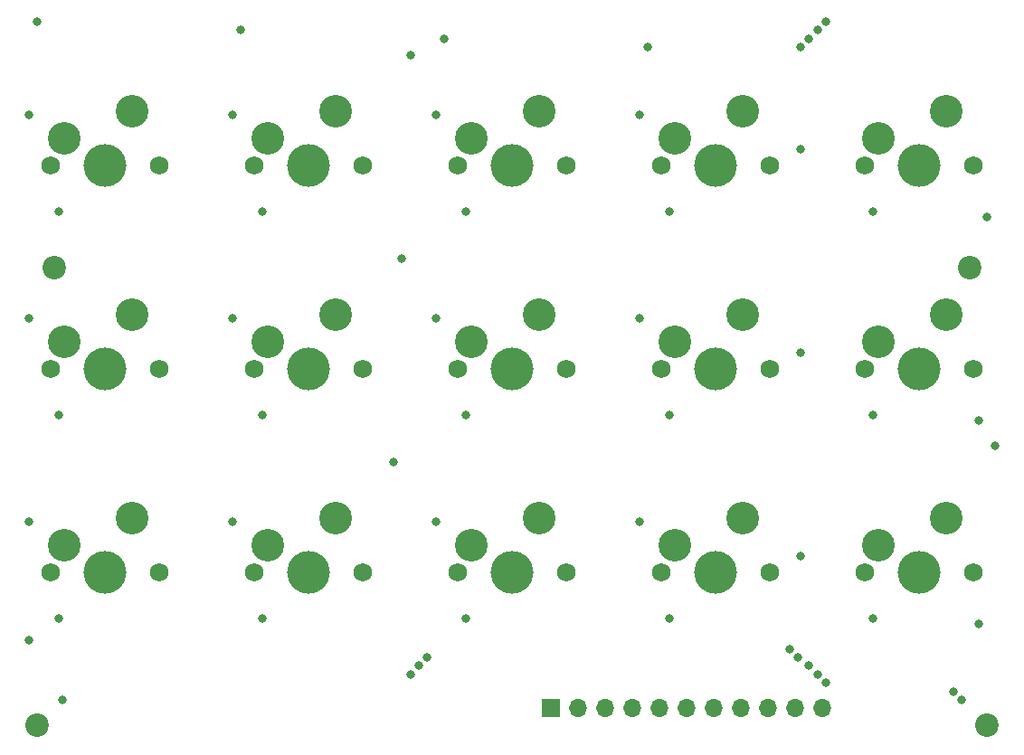
<source format=gbr>
%TF.GenerationSoftware,KiCad,Pcbnew,(6.0.6)*%
%TF.CreationDate,2022-08-15T00:28:01+08:00*%
%TF.ProjectId,15k-macropad,31356b2d-6d61-4637-926f-7061642e6b69,rev?*%
%TF.SameCoordinates,Original*%
%TF.FileFunction,Soldermask,Top*%
%TF.FilePolarity,Negative*%
%FSLAX46Y46*%
G04 Gerber Fmt 4.6, Leading zero omitted, Abs format (unit mm)*
G04 Created by KiCad (PCBNEW (6.0.6)) date 2022-08-15 00:28:01*
%MOMM*%
%LPD*%
G01*
G04 APERTURE LIST*
%ADD10C,2.200000*%
%ADD11C,1.750000*%
%ADD12C,4.000000*%
%ADD13C,3.050000*%
%ADD14O,1.700000X1.700000*%
%ADD15R,1.700000X1.700000*%
%ADD16C,0.800000*%
G04 APERTURE END LIST*
D10*
%TO.C,H3*%
X185737500Y-74612500D03*
%TD*%
%TO.C,H1*%
X100012500Y-74612500D03*
%TD*%
D11*
%TO.C,MX15*%
X186055000Y-103187500D03*
D12*
X180975000Y-103187500D03*
D11*
X175895000Y-103187500D03*
D13*
X177165000Y-100647500D03*
X183515000Y-98107500D03*
%TD*%
D12*
%TO.C,MX7*%
X142875000Y-65087500D03*
D13*
X139065000Y-62547500D03*
D11*
X147955000Y-65087500D03*
X137795000Y-65087500D03*
D13*
X145415000Y-60007500D03*
%TD*%
%TO.C,MX5*%
X126365000Y-79057500D03*
D11*
X118745000Y-84137500D03*
D13*
X120015000Y-81597500D03*
D11*
X128905000Y-84137500D03*
D12*
X123825000Y-84137500D03*
%TD*%
D10*
%TO.C,H2*%
X98425000Y-117475000D03*
%TD*%
D13*
%TO.C,MX14*%
X177165000Y-81597500D03*
D11*
X175895000Y-84137500D03*
X186055000Y-84137500D03*
D13*
X183515000Y-79057500D03*
D12*
X180975000Y-84137500D03*
%TD*%
D11*
%TO.C,MX4*%
X128905000Y-65087500D03*
D13*
X120015000Y-62547500D03*
D11*
X118745000Y-65087500D03*
D13*
X126365000Y-60007500D03*
D12*
X123825000Y-65087500D03*
%TD*%
D13*
%TO.C,MX6*%
X126365000Y-98107500D03*
X120015000Y-100647500D03*
D11*
X118745000Y-103187500D03*
D12*
X123825000Y-103187500D03*
D11*
X128905000Y-103187500D03*
%TD*%
D13*
%TO.C,MX11*%
X164465000Y-79057500D03*
D11*
X156845000Y-84137500D03*
D12*
X161925000Y-84137500D03*
D13*
X158115000Y-81597500D03*
D11*
X167005000Y-84137500D03*
%TD*%
D10*
%TO.C,H4*%
X187325000Y-117475000D03*
%TD*%
D13*
%TO.C,MX2*%
X100965000Y-81597500D03*
D11*
X109855000Y-84137500D03*
D12*
X104775000Y-84137500D03*
D11*
X99695000Y-84137500D03*
D13*
X107315000Y-79057500D03*
%TD*%
%TO.C,MX3*%
X107315000Y-98107500D03*
D11*
X99695000Y-103187500D03*
X109855000Y-103187500D03*
D13*
X100965000Y-100647500D03*
D12*
X104775000Y-103187500D03*
%TD*%
D13*
%TO.C,MX10*%
X164465000Y-60007500D03*
D12*
X161925000Y-65087500D03*
D11*
X167005000Y-65087500D03*
D13*
X158115000Y-62547500D03*
D11*
X156845000Y-65087500D03*
%TD*%
D13*
%TO.C,MX9*%
X145415000Y-98107500D03*
X139065000Y-100647500D03*
D11*
X147955000Y-103187500D03*
X137795000Y-103187500D03*
D12*
X142875000Y-103187500D03*
%TD*%
D11*
%TO.C,MX8*%
X147955000Y-84137500D03*
X137795000Y-84137500D03*
D13*
X145415000Y-79057500D03*
D12*
X142875000Y-84137500D03*
D13*
X139065000Y-81597500D03*
%TD*%
%TO.C,MX13*%
X177165000Y-62547500D03*
X183515000Y-60007500D03*
D11*
X186055000Y-65087500D03*
D12*
X180975000Y-65087500D03*
D11*
X175895000Y-65087500D03*
%TD*%
D12*
%TO.C,MX1*%
X104775000Y-65087500D03*
D13*
X100965000Y-62547500D03*
X107315000Y-60007500D03*
D11*
X99695000Y-65087500D03*
X109855000Y-65087500D03*
%TD*%
D12*
%TO.C,MX12*%
X161925000Y-103187500D03*
D13*
X164465000Y-98107500D03*
D11*
X167005000Y-103187500D03*
X156845000Y-103187500D03*
D13*
X158115000Y-100647500D03*
%TD*%
D14*
%TO.C,J1*%
X171926250Y-115887500D03*
X169386250Y-115887500D03*
X166846250Y-115887500D03*
X164306250Y-115887500D03*
X161766250Y-115887500D03*
X159226250Y-115887500D03*
X156686250Y-115887500D03*
X154146250Y-115887500D03*
X151606250Y-115887500D03*
X149066250Y-115887500D03*
D15*
X146526250Y-115887500D03*
%TD*%
D16*
X134937500Y-111125000D03*
X133350000Y-54768750D03*
X132556250Y-73818750D03*
X134143750Y-111918750D03*
X131762500Y-92868750D03*
X133350000Y-112712500D03*
X97631250Y-98425000D03*
X172243750Y-51593750D03*
X172243750Y-113506250D03*
X97631250Y-79375000D03*
X98425000Y-51593750D03*
X97631250Y-60325000D03*
X171450000Y-112712500D03*
X117475000Y-52387500D03*
X116681250Y-60325000D03*
X116681250Y-79375000D03*
X171450000Y-52387500D03*
X116681250Y-98425000D03*
X135731250Y-60325000D03*
X135731250Y-79375000D03*
X170656250Y-53181250D03*
X136525000Y-53181250D03*
X170656250Y-111918750D03*
X135731250Y-98425000D03*
X169862500Y-53975000D03*
X154781250Y-79375000D03*
X154781250Y-98425000D03*
X155575000Y-53975000D03*
X169642785Y-111125000D03*
X154781250Y-60325000D03*
X169862500Y-63500000D03*
X169862500Y-82550000D03*
X168849035Y-110331250D03*
X169862500Y-101600000D03*
X138545000Y-69417500D03*
X100445000Y-88467500D03*
X100445000Y-107517500D03*
X176645000Y-69417500D03*
X138545000Y-88467500D03*
X176645000Y-107517500D03*
X119495000Y-69417500D03*
X100445000Y-69417500D03*
X138545000Y-107517500D03*
X119495000Y-107517500D03*
X157595000Y-107517500D03*
X157595000Y-69417500D03*
X157595000Y-88467500D03*
X176645000Y-88467500D03*
X119495000Y-88467500D03*
X188118750Y-91281250D03*
X187325000Y-69850000D03*
X100806250Y-115093750D03*
X97631250Y-109537500D03*
X184943750Y-115093750D03*
X186531250Y-88900000D03*
X186531250Y-107950000D03*
X184150000Y-114300000D03*
M02*

</source>
